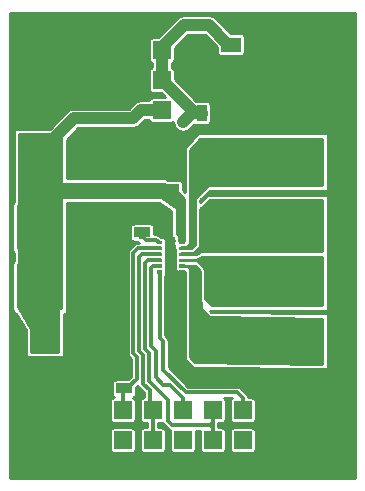
<source format=gbr>
G04 #@! TF.FileFunction,Copper,L2,Bot,Signal*
%FSLAX46Y46*%
G04 Gerber Fmt 4.6, Leading zero omitted, Abs format (unit mm)*
G04 Created by KiCad (PCBNEW (2015-05-13 BZR 5653)-product) date 7. 1. 2016 11:06:17*
%MOMM*%
G01*
G04 APERTURE LIST*
%ADD10C,0.300000*%
%ADD11R,1.397000X0.889000*%
%ADD12R,2.550160X2.700020*%
%ADD13R,1.699260X1.300480*%
%ADD14R,2.499360X1.800860*%
%ADD15R,1.524000X1.524000*%
%ADD16R,3.810000X3.810000*%
%ADD17C,6.000000*%
%ADD18R,0.889000X1.397000*%
%ADD19C,0.500000*%
%ADD20C,0.600000*%
%ADD21C,1.000000*%
%ADD22C,0.400000*%
%ADD23C,0.254000*%
G04 APERTURE END LIST*
D10*
D11*
X14224000Y25082500D03*
X14224000Y26987500D03*
D12*
X9525000Y28448000D03*
X3175000Y28448000D03*
D13*
X19304000Y37310060D03*
X19304000Y33809940D03*
D14*
X7586980Y12192000D03*
X3589020Y12192000D03*
D15*
X10922000Y34290000D03*
X10922000Y36830000D03*
X13462000Y34290000D03*
X13462000Y36830000D03*
X16002000Y34290000D03*
X16002000Y36830000D03*
X12700000Y3810000D03*
X12700000Y6350000D03*
X17780000Y3810000D03*
X17780000Y6350000D03*
X15240000Y3810000D03*
X15240000Y6350000D03*
X20320000Y3810000D03*
X20320000Y6350000D03*
X10160000Y6350000D03*
X10160000Y3810000D03*
D16*
X25066000Y27432000D03*
X20066000Y27432000D03*
X25066000Y22352000D03*
X20066000Y22352000D03*
X25066000Y17272000D03*
X20066000Y17272000D03*
X25066000Y12192000D03*
X20066000Y12192000D03*
X3048000Y16844000D03*
X3048000Y21844000D03*
X8128000Y16844000D03*
X8128000Y21844000D03*
D17*
X5080000Y35560000D03*
X25400000Y5080000D03*
X5080000Y5080000D03*
X25400000Y35560000D03*
D18*
X16827500Y31496000D03*
X18732500Y31496000D03*
D11*
X10287000Y8191500D03*
X10287000Y10096500D03*
D10*
G36*
X14924000Y20694000D02*
X15424000Y20694000D01*
X15424000Y20414000D01*
X14924000Y20414000D01*
X14924000Y20694000D01*
X14924000Y20694000D01*
G37*
G36*
X14924000Y20194000D02*
X15424000Y20194000D01*
X15424000Y19914000D01*
X14924000Y19914000D01*
X14924000Y20194000D01*
X14924000Y20194000D01*
G37*
G36*
X14924000Y19694000D02*
X15424000Y19694000D01*
X15424000Y19414000D01*
X14924000Y19414000D01*
X14924000Y19694000D01*
X14924000Y19694000D01*
G37*
G36*
X14924000Y19194000D02*
X15424000Y19194000D01*
X15424000Y18914000D01*
X14924000Y18914000D01*
X14924000Y19194000D01*
X14924000Y19194000D01*
G37*
G36*
X14924000Y18694000D02*
X15424000Y18694000D01*
X15424000Y18414000D01*
X14924000Y18414000D01*
X14924000Y18694000D01*
X14924000Y18694000D01*
G37*
G36*
X14924000Y18194000D02*
X15424000Y18194000D01*
X15424000Y17914000D01*
X14924000Y17914000D01*
X14924000Y18194000D01*
X14924000Y18194000D01*
G37*
G36*
X13024000Y18194000D02*
X13524000Y18194000D01*
X13524000Y17914000D01*
X13024000Y17914000D01*
X13024000Y18194000D01*
X13024000Y18194000D01*
G37*
G36*
X13024000Y18694000D02*
X13524000Y18694000D01*
X13524000Y18414000D01*
X13024000Y18414000D01*
X13024000Y18694000D01*
X13024000Y18694000D01*
G37*
G36*
X13024000Y19194000D02*
X13524000Y19194000D01*
X13524000Y18914000D01*
X13024000Y18914000D01*
X13024000Y19194000D01*
X13024000Y19194000D01*
G37*
G36*
X13024000Y19694000D02*
X13524000Y19694000D01*
X13524000Y19414000D01*
X13024000Y19414000D01*
X13024000Y19694000D01*
X13024000Y19694000D01*
G37*
G36*
X13024000Y20194000D02*
X13524000Y20194000D01*
X13524000Y19914000D01*
X13024000Y19914000D01*
X13024000Y20194000D01*
X13024000Y20194000D01*
G37*
G36*
X13024000Y20694000D02*
X13524000Y20694000D01*
X13524000Y20414000D01*
X13024000Y20414000D01*
X13024000Y20694000D01*
X13024000Y20694000D01*
G37*
G36*
X13774000Y20304000D02*
X14674000Y20304000D01*
X14674000Y18304000D01*
X13774000Y18304000D01*
X13774000Y20304000D01*
X13774000Y20304000D01*
G37*
G36*
X14349000Y18304000D02*
X14599000Y18304000D01*
X14599000Y17604000D01*
X14349000Y17604000D01*
X14349000Y18304000D01*
X14349000Y18304000D01*
G37*
G36*
X13849000Y18304000D02*
X14099000Y18304000D01*
X14099000Y17604000D01*
X13849000Y17604000D01*
X13849000Y18304000D01*
X13849000Y18304000D01*
G37*
G36*
X13849000Y21004000D02*
X14099000Y21004000D01*
X14099000Y20304000D01*
X13849000Y20304000D01*
X13849000Y21004000D01*
X13849000Y21004000D01*
G37*
G36*
X14349000Y21004000D02*
X14599000Y21004000D01*
X14599000Y20304000D01*
X14349000Y20304000D01*
X14349000Y21004000D01*
X14349000Y21004000D01*
G37*
D19*
X14224000Y18604000D03*
X14224000Y20004000D03*
X14224000Y19304000D03*
D15*
X13462000Y31750000D03*
D11*
X11811000Y21399500D03*
X11811000Y23304500D03*
D20*
X11811000Y21082000D03*
X15245627Y30739627D03*
X13716000Y21336000D03*
X13716000Y22225000D03*
X13716000Y22987000D03*
X7620000Y29337000D03*
X5969000Y28956000D03*
X5842000Y26797000D03*
X7620000Y26924000D03*
X6858000Y28067000D03*
X14478000Y16637000D03*
X14478000Y14732000D03*
X14605000Y12192000D03*
X20193000Y32639000D03*
X28829000Y30734000D03*
X28829000Y31750000D03*
X28829000Y32766000D03*
D21*
X13462000Y34290000D02*
X13462000Y36830000D01*
X19104610Y37310060D02*
X19304000Y37310060D01*
X17454370Y38960300D02*
X19104610Y37310060D01*
X15348298Y38960300D02*
X17454370Y38960300D01*
X13462000Y37074002D02*
X15348298Y38960300D01*
X13462000Y36830000D02*
X13462000Y37074002D01*
X16256000Y31496000D02*
X13462000Y34290000D01*
X16827500Y31496000D02*
X16256000Y31496000D01*
X16827500Y31496000D02*
X16827500Y31432500D01*
D10*
X12110999Y20782001D02*
X12999999Y20782001D01*
X11811000Y21082000D02*
X12110999Y20782001D01*
X12999999Y20782001D02*
X13208000Y20574000D01*
D22*
X10160000Y4064000D02*
X10293460Y4064000D01*
D21*
X16002000Y31496000D02*
X15245627Y30739627D01*
X16827500Y31496000D02*
X16002000Y31496000D01*
D10*
X13974000Y20654000D02*
X14474000Y20654000D01*
X13974000Y21104000D02*
X13974000Y20654000D01*
X13974000Y21395500D02*
X13974000Y21104000D01*
X12065000Y23304500D02*
X13974000Y21395500D01*
X11811000Y23304500D02*
X12065000Y23304500D01*
D22*
X13716000Y21336000D02*
X13716000Y22225000D01*
X8509000Y28448000D02*
X7620000Y29337000D01*
X9525000Y28448000D02*
X8509000Y28448000D01*
X5969000Y26924000D02*
X5842000Y26797000D01*
X5969000Y28956000D02*
X5969000Y26924000D01*
X7620000Y27305000D02*
X6858000Y28067000D01*
X7620000Y26924000D02*
X7620000Y27305000D01*
X14478000Y16637000D02*
X14478000Y14732000D01*
X19050000Y31496000D02*
X20193000Y32639000D01*
X18732500Y31496000D02*
X19050000Y31496000D01*
X28829000Y30734000D02*
X28829000Y31750000D01*
D21*
X3175000Y28448000D02*
X3429000Y28448000D01*
X11700000Y31750000D02*
X13462000Y31750000D01*
X6040999Y31059999D02*
X11009999Y31059999D01*
X11009999Y31059999D02*
X11700000Y31750000D01*
X3429000Y28448000D02*
X6040999Y31059999D01*
D10*
X14478000Y25082500D02*
X14224000Y25082500D01*
X15222500Y24338000D02*
X14478000Y25082500D01*
X15222500Y24181000D02*
X15222500Y24338000D01*
X15174000Y24132500D02*
X15222500Y24181000D01*
X15174000Y20554000D02*
X15174000Y24132500D01*
X12446000Y8050882D02*
X12446000Y6604000D01*
X12446000Y6604000D02*
X12700000Y6350000D01*
X11913000Y11019120D02*
X11913000Y8583882D01*
X11549010Y11383110D02*
X11913000Y11019120D01*
X11549010Y19296010D02*
X11549010Y11383110D01*
X11807000Y19554000D02*
X11549010Y19296010D01*
X11913000Y8583882D02*
X12446000Y8050882D01*
X13274000Y19554000D02*
X11807000Y19554000D01*
X12700000Y3810000D02*
X12700000Y6350000D01*
X17780000Y4872000D02*
X17780000Y3810000D01*
X17780000Y6350000D02*
X17780000Y5288000D01*
X17572000Y5080000D02*
X17780000Y4872000D01*
X17572000Y5080000D02*
X17780000Y5288000D01*
X13274000Y19054000D02*
X12323000Y19054000D01*
X12413010Y8790992D02*
X13970000Y7234002D01*
X12413010Y11226230D02*
X12413010Y8790992D01*
X12072990Y11566250D02*
X12413010Y11226230D01*
X12072990Y18803990D02*
X12072990Y11566250D01*
X12323000Y19054000D02*
X12072990Y18803990D01*
X13970000Y5465998D02*
X14355998Y5080000D01*
X13970000Y7234002D02*
X13970000Y5465998D01*
X14355998Y5080000D02*
X17780000Y5080000D01*
X17780000Y5080000D02*
X17780000Y4872000D01*
X17780000Y5288000D02*
X17780000Y5080000D01*
X13274000Y18554000D02*
X12704010Y18554000D01*
X12704010Y18554000D02*
X12573000Y18422990D01*
X12573000Y11773360D02*
X12954000Y11392360D01*
X12573000Y18422990D02*
X12573000Y11773360D01*
X12954000Y11392360D02*
X12954000Y9144000D01*
X12954000Y9144000D02*
X13589000Y8509000D01*
X14143000Y8509000D02*
X15240000Y7412000D01*
X15240000Y7412000D02*
X15240000Y6350000D01*
X13589000Y8509000D02*
X14143000Y8509000D01*
X20320000Y7412000D02*
X20320000Y6350000D01*
X19858000Y7874000D02*
X20320000Y7412000D01*
X15494000Y7874000D02*
X19858000Y7874000D01*
X13589000Y9779000D02*
X15494000Y7874000D01*
X13274000Y12507000D02*
X13589000Y12192000D01*
X13589000Y12192000D02*
X13589000Y9779000D01*
X13274000Y18054000D02*
X13274000Y12507000D01*
D22*
X10287000Y6731000D02*
X10160000Y6604000D01*
D10*
X10541000Y8191500D02*
X10287000Y8191500D01*
X11335501Y8986001D02*
X10541000Y8191500D01*
X13274000Y20054000D02*
X11418000Y20054000D01*
X11418000Y20054000D02*
X11049000Y19685000D01*
X11049000Y19685000D02*
X11049000Y11176000D01*
X11335501Y10889499D02*
X11335501Y8986001D01*
X11049000Y11176000D02*
X11335501Y10889499D01*
X10160000Y8064500D02*
X10287000Y8191500D01*
X10160000Y6350000D02*
X10160000Y8064500D01*
X17861000Y27432000D02*
X20066000Y27432000D01*
X16129000Y25700000D02*
X17861000Y27432000D01*
X16129000Y20624008D02*
X16129000Y25700000D01*
X15558992Y20054000D02*
X16129000Y20624008D01*
X15174000Y20054000D02*
X15558992Y20054000D01*
X15351872Y19554000D02*
X15351880Y19553992D01*
X15351880Y19553992D02*
X16378992Y19553992D01*
X15174000Y19554000D02*
X15351872Y19554000D01*
X16378992Y19553992D02*
X17272000Y20447000D01*
X17861000Y22352000D02*
X20066000Y22352000D01*
X17272000Y21763000D02*
X17861000Y22352000D01*
X17272000Y20447000D02*
X17272000Y21763000D01*
D23*
G36*
X27051000Y10288485D02*
X16309215Y10413390D01*
X15875000Y10847605D01*
X15875000Y18340605D01*
X15673605Y18542000D01*
X15113000Y18542000D01*
X15113000Y18580594D01*
X15424000Y18580594D01*
X15503404Y18596000D01*
X16247552Y18596000D01*
X16691000Y18152552D01*
X16691000Y15612552D01*
X16764000Y15539552D01*
X16764000Y14933395D01*
X17473395Y14224000D01*
X17779142Y14224000D01*
X27051000Y14098705D01*
X27051000Y10288485D01*
X27051000Y10288485D01*
G37*
X27051000Y10288485D02*
X16309215Y10413390D01*
X15875000Y10847605D01*
X15875000Y18340605D01*
X15673605Y18542000D01*
X15113000Y18542000D01*
X15113000Y18580594D01*
X15424000Y18580594D01*
X15503404Y18596000D01*
X16247552Y18596000D01*
X16691000Y18152552D01*
X16691000Y15612552D01*
X16764000Y15539552D01*
X16764000Y14933395D01*
X17473395Y14224000D01*
X17779142Y14224000D01*
X27051000Y14098705D01*
X27051000Y10288485D01*
G36*
X27051000Y15240000D02*
X17705605Y15240000D01*
X17145000Y15800605D01*
X17145000Y18340605D01*
X16435605Y19050000D01*
X15113000Y19050000D01*
X15113000Y19080594D01*
X15155931Y19080594D01*
X15174000Y19077000D01*
X15351839Y19077000D01*
X15351880Y19076992D01*
X16378992Y19076992D01*
X16561532Y19113301D01*
X16716282Y19216702D01*
X16746966Y19247387D01*
X16830701Y19289254D01*
X16845447Y19304000D01*
X27051000Y19304000D01*
X27051000Y15240000D01*
X27051000Y15240000D01*
G37*
X27051000Y15240000D02*
X17705605Y15240000D01*
X17145000Y15800605D01*
X17145000Y18340605D01*
X16435605Y19050000D01*
X15113000Y19050000D01*
X15113000Y19080594D01*
X15155931Y19080594D01*
X15174000Y19077000D01*
X15351839Y19077000D01*
X15351880Y19076992D01*
X16378992Y19076992D01*
X16561532Y19113301D01*
X16716282Y19216702D01*
X16746966Y19247387D01*
X16830701Y19289254D01*
X16845447Y19304000D01*
X27051000Y19304000D01*
X27051000Y15240000D01*
G36*
X27051000Y19812000D02*
X16711395Y19812000D01*
X16561770Y19662376D01*
X16353019Y19558000D01*
X15113000Y19558000D01*
X15113000Y19580594D01*
X15155931Y19580594D01*
X15174000Y19577000D01*
X15558992Y19577000D01*
X15734951Y19612000D01*
X16137448Y19612000D01*
X16710000Y20184552D01*
X16710000Y23374247D01*
X17573718Y24130000D01*
X27051000Y24130000D01*
X27051000Y19812000D01*
X27051000Y19812000D01*
G37*
X27051000Y19812000D02*
X16711395Y19812000D01*
X16561770Y19662376D01*
X16353019Y19558000D01*
X15113000Y19558000D01*
X15113000Y19580594D01*
X15155931Y19580594D01*
X15174000Y19577000D01*
X15558992Y19577000D01*
X15734951Y19612000D01*
X16137448Y19612000D01*
X16710000Y20184552D01*
X16710000Y23374247D01*
X17573718Y24130000D01*
X27051000Y24130000D01*
X27051000Y19812000D01*
G36*
X27051000Y25400000D02*
X17346395Y25400000D01*
X16256000Y24309605D01*
X16256000Y20372605D01*
X15949395Y20066000D01*
X15113000Y20066000D01*
X15113000Y20080594D01*
X15155931Y20080594D01*
X15174000Y20077000D01*
X15192068Y20080594D01*
X15424000Y20080594D01*
X15548684Y20104785D01*
X15658270Y20176771D01*
X15731625Y20285445D01*
X15734160Y20298091D01*
X15875000Y20368510D01*
X15875000Y28400282D01*
X16694629Y29337000D01*
X18034000Y29337000D01*
X27051000Y29337000D01*
X27051000Y25400000D01*
X27051000Y25400000D01*
G37*
X27051000Y25400000D02*
X17346395Y25400000D01*
X16256000Y24309605D01*
X16256000Y20372605D01*
X15949395Y20066000D01*
X15113000Y20066000D01*
X15113000Y20080594D01*
X15155931Y20080594D01*
X15174000Y20077000D01*
X15192068Y20080594D01*
X15424000Y20080594D01*
X15548684Y20104785D01*
X15658270Y20176771D01*
X15731625Y20285445D01*
X15734160Y20298091D01*
X15875000Y20368510D01*
X15875000Y28400282D01*
X16694629Y29337000D01*
X18034000Y29337000D01*
X27051000Y29337000D01*
X27051000Y25400000D01*
G36*
X15367000Y20647000D02*
X14949607Y20647000D01*
X14951000Y20654000D01*
X14932406Y20747479D01*
X14932406Y21004000D01*
X14908215Y21128684D01*
X14836229Y21238270D01*
X14732000Y21308624D01*
X14732000Y23434123D01*
X13375033Y24384000D01*
X4953000Y24384000D01*
X4953000Y19939000D01*
X4953000Y14986000D01*
X4699000Y14986000D01*
X4699000Y11303000D01*
X2413000Y11303000D01*
X2413000Y13241727D01*
X1416272Y14986000D01*
X1397000Y14986000D01*
X1397000Y18542000D01*
X1397000Y29718000D01*
X4953000Y29718000D01*
X4953000Y25527000D01*
X13673667Y25527000D01*
X14146213Y25172590D01*
X15367000Y24195961D01*
X15367000Y20647000D01*
X15367000Y20647000D01*
G37*
X15367000Y20647000D02*
X14949607Y20647000D01*
X14951000Y20654000D01*
X14932406Y20747479D01*
X14932406Y21004000D01*
X14908215Y21128684D01*
X14836229Y21238270D01*
X14732000Y21308624D01*
X14732000Y23434123D01*
X13375033Y24384000D01*
X4953000Y24384000D01*
X4953000Y19939000D01*
X4953000Y14986000D01*
X4699000Y14986000D01*
X4699000Y11303000D01*
X2413000Y11303000D01*
X2413000Y13241727D01*
X1416272Y14986000D01*
X1397000Y14986000D01*
X1397000Y18542000D01*
X1397000Y29718000D01*
X4953000Y29718000D01*
X4953000Y25527000D01*
X13673667Y25527000D01*
X14146213Y25172590D01*
X15367000Y24195961D01*
X15367000Y20647000D01*
G36*
X29849000Y631000D02*
X27505000Y631000D01*
X27505000Y9829176D01*
X27505000Y14546611D01*
X17782209Y14678000D01*
X17661448Y14678000D01*
X17553448Y14786000D01*
X27505000Y14786000D01*
X27505000Y19358000D01*
X27505000Y19758000D01*
X27505000Y24584000D01*
X27002943Y24584000D01*
X26971000Y24590406D01*
X23161000Y24590406D01*
X23127982Y24584000D01*
X22002943Y24584000D01*
X21971000Y24590406D01*
X18161000Y24590406D01*
X18127982Y24584000D01*
X17403135Y24584000D01*
X16710000Y23977507D01*
X16710000Y24121552D01*
X17534448Y24946000D01*
X27505000Y24946000D01*
X27505000Y29791000D01*
X18034000Y29791000D01*
X16488618Y29791000D01*
X15421000Y28570865D01*
X15421000Y24814080D01*
X15255906Y24979174D01*
X15255906Y25527000D01*
X15231715Y25651684D01*
X15159729Y25761270D01*
X15051055Y25834625D01*
X14922500Y25860406D01*
X13985792Y25860406D01*
X13825000Y25981000D01*
X5407000Y25981000D01*
X5407000Y29256446D01*
X6383553Y30232999D01*
X11009999Y30232999D01*
X11326478Y30295951D01*
X11594776Y30475222D01*
X12042554Y30923000D01*
X12379205Y30923000D01*
X12390785Y30863316D01*
X12462771Y30753730D01*
X12571445Y30680375D01*
X12700000Y30654594D01*
X14224000Y30654594D01*
X14348684Y30678785D01*
X14421247Y30726452D01*
X14481579Y30423148D01*
X14660850Y30154850D01*
X14929148Y29975579D01*
X15245627Y29912627D01*
X15562106Y29975579D01*
X15830404Y30154850D01*
X16201301Y30525748D01*
X16254445Y30489875D01*
X16383000Y30464094D01*
X17272000Y30464094D01*
X17396684Y30488285D01*
X17506270Y30560271D01*
X17579625Y30668945D01*
X17605406Y30797500D01*
X17605406Y31185690D01*
X17654500Y31432500D01*
X17654500Y31496000D01*
X17605406Y31742810D01*
X17605406Y32194500D01*
X17581215Y32319184D01*
X17509229Y32428770D01*
X17400555Y32502125D01*
X17272000Y32527906D01*
X16393648Y32527906D01*
X14557406Y34364148D01*
X14557406Y35052000D01*
X14533215Y35176684D01*
X14461229Y35286270D01*
X14352555Y35359625D01*
X14289000Y35372371D01*
X14289000Y35747206D01*
X14348684Y35758785D01*
X14458270Y35830771D01*
X14531625Y35939445D01*
X14557406Y36068000D01*
X14557406Y36999854D01*
X15690852Y38133300D01*
X17111816Y38133300D01*
X18120964Y37124152D01*
X18120964Y36659820D01*
X18145155Y36535136D01*
X18217141Y36425550D01*
X18325815Y36352195D01*
X18454370Y36326414D01*
X20153630Y36326414D01*
X20278314Y36350605D01*
X20387900Y36422591D01*
X20461255Y36531265D01*
X20487036Y36659820D01*
X20487036Y37960300D01*
X20462845Y38084984D01*
X20390859Y38194570D01*
X20282185Y38267925D01*
X20153630Y38293706D01*
X19290518Y38293706D01*
X18039147Y39545077D01*
X17770849Y39724348D01*
X17454370Y39787300D01*
X15348298Y39787300D01*
X15031819Y39724348D01*
X14763521Y39545077D01*
X13143850Y37925406D01*
X12700000Y37925406D01*
X12575316Y37901215D01*
X12465730Y37829229D01*
X12392375Y37720555D01*
X12366594Y37592000D01*
X12366594Y36068000D01*
X12390785Y35943316D01*
X12462771Y35833730D01*
X12571445Y35760375D01*
X12635000Y35747630D01*
X12635000Y35372795D01*
X12575316Y35361215D01*
X12465730Y35289229D01*
X12392375Y35180555D01*
X12366594Y35052000D01*
X12366594Y33528000D01*
X12390785Y33403316D01*
X12462771Y33293730D01*
X12571445Y33220375D01*
X12700000Y33194594D01*
X13387851Y33194594D01*
X13737039Y32845406D01*
X12700000Y32845406D01*
X12575316Y32821215D01*
X12465730Y32749229D01*
X12392375Y32640555D01*
X12379629Y32577000D01*
X11700000Y32577000D01*
X11383521Y32514048D01*
X11115223Y32334777D01*
X10667445Y31886999D01*
X6040999Y31886999D01*
X5724520Y31824047D01*
X5456221Y31644776D01*
X3983445Y30172000D01*
X943000Y30172000D01*
X943000Y24008741D01*
X908730Y23986229D01*
X835375Y23877555D01*
X809594Y23749000D01*
X809594Y19939000D01*
X833785Y19814316D01*
X905771Y19704730D01*
X943000Y19679600D01*
X943000Y19008741D01*
X908730Y18986229D01*
X835375Y18877555D01*
X809594Y18749000D01*
X809594Y14939000D01*
X833785Y14814316D01*
X905771Y14704730D01*
X943000Y14679600D01*
X943000Y14532000D01*
X1152806Y14532000D01*
X1959000Y13121160D01*
X1959000Y10849000D01*
X5153000Y10849000D01*
X5153000Y11196300D01*
X5172106Y11291570D01*
X5172106Y13092430D01*
X5153000Y13190905D01*
X5153000Y14532000D01*
X5407000Y14532000D01*
X5407000Y19939000D01*
X5407000Y23930000D01*
X13231922Y23930000D01*
X14278000Y23197746D01*
X14278000Y19993000D01*
X14590594Y19993000D01*
X14590594Y19914000D01*
X14612289Y19802181D01*
X14590594Y19694000D01*
X14590594Y19414000D01*
X14612289Y19302181D01*
X14590594Y19194000D01*
X14590594Y18914000D01*
X14612289Y18802181D01*
X14590594Y18694000D01*
X14590594Y18414000D01*
X14614785Y18289316D01*
X14659000Y18222006D01*
X14659000Y18088000D01*
X14887070Y18088000D01*
X14924000Y18080594D01*
X15421000Y18080594D01*
X15421000Y10659552D01*
X16118981Y9961571D01*
X27505000Y9829176D01*
X27505000Y631000D01*
X21415406Y631000D01*
X21415406Y3048000D01*
X21415406Y4572000D01*
X21415406Y5588000D01*
X21415406Y7112000D01*
X21391215Y7236684D01*
X21319229Y7346270D01*
X21210555Y7419625D01*
X21082000Y7445406D01*
X20790355Y7445406D01*
X20760691Y7594540D01*
X20657290Y7749290D01*
X20195290Y8211290D01*
X20040540Y8314691D01*
X19858000Y8351000D01*
X15691580Y8351000D01*
X14066000Y9976580D01*
X14066000Y12192000D01*
X14029691Y12374540D01*
X14029691Y12374541D01*
X13926290Y12529290D01*
X13751000Y12704580D01*
X13751000Y17671996D01*
X13758270Y17676771D01*
X13831625Y17785445D01*
X13857406Y17914000D01*
X13857406Y18194000D01*
X13835710Y18305820D01*
X13857406Y18414000D01*
X13857406Y18694000D01*
X13835710Y18805820D01*
X13857406Y18914000D01*
X13857406Y19194000D01*
X13835710Y19305820D01*
X13857406Y19414000D01*
X13857406Y19694000D01*
X13835710Y19805820D01*
X13857406Y19914000D01*
X13857406Y20194000D01*
X13835710Y20305820D01*
X13857406Y20414000D01*
X13857406Y20694000D01*
X13833215Y20818684D01*
X13761229Y20928270D01*
X13652555Y21001625D01*
X13524000Y21027406D01*
X13429174Y21027406D01*
X13337289Y21119291D01*
X13182539Y21222692D01*
X12999999Y21259001D01*
X12842906Y21259001D01*
X12842906Y21844000D01*
X12818715Y21968684D01*
X12746729Y22078270D01*
X12638055Y22151625D01*
X12509500Y22177406D01*
X11112500Y22177406D01*
X10987816Y22153215D01*
X10878230Y22081229D01*
X10804875Y21972555D01*
X10779094Y21844000D01*
X10779094Y20955000D01*
X10803285Y20830316D01*
X10875271Y20720730D01*
X10983945Y20647375D01*
X11112500Y20621594D01*
X11384663Y20621594D01*
X11455369Y20550765D01*
X11502968Y20531000D01*
X11418000Y20531000D01*
X11235460Y20494691D01*
X11080710Y20391290D01*
X10711710Y20022290D01*
X10608309Y19867540D01*
X10572000Y19685000D01*
X10572000Y11176000D01*
X10608309Y10993460D01*
X10711710Y10838710D01*
X10858501Y10691919D01*
X10858501Y9183581D01*
X10644326Y8969406D01*
X9588500Y8969406D01*
X9463816Y8945215D01*
X9354230Y8873229D01*
X9280875Y8764555D01*
X9255094Y8636000D01*
X9255094Y7747000D01*
X9279285Y7622316D01*
X9351271Y7512730D01*
X9451010Y7445406D01*
X9398000Y7445406D01*
X9273316Y7421215D01*
X9163730Y7349229D01*
X9090375Y7240555D01*
X9064594Y7112000D01*
X9064594Y5588000D01*
X9088785Y5463316D01*
X9160771Y5353730D01*
X9269445Y5280375D01*
X9398000Y5254594D01*
X10922000Y5254594D01*
X11046684Y5278785D01*
X11156270Y5350771D01*
X11229625Y5459445D01*
X11255406Y5588000D01*
X11255406Y7112000D01*
X11231215Y7236684D01*
X11159229Y7346270D01*
X11050555Y7419625D01*
X11033850Y7422975D01*
X11110184Y7437785D01*
X11219770Y7509771D01*
X11293125Y7618445D01*
X11318906Y7747000D01*
X11318906Y8294826D01*
X11464530Y8440451D01*
X11472309Y8401342D01*
X11575710Y8246592D01*
X11969000Y7853302D01*
X11969000Y7445406D01*
X11938000Y7445406D01*
X11813316Y7421215D01*
X11703730Y7349229D01*
X11630375Y7240555D01*
X11604594Y7112000D01*
X11604594Y5588000D01*
X11628785Y5463316D01*
X11700771Y5353730D01*
X11809445Y5280375D01*
X11938000Y5254594D01*
X12223000Y5254594D01*
X12223000Y4905406D01*
X11938000Y4905406D01*
X11813316Y4881215D01*
X11703730Y4809229D01*
X11630375Y4700555D01*
X11604594Y4572000D01*
X11604594Y3048000D01*
X11628785Y2923316D01*
X11700771Y2813730D01*
X11809445Y2740375D01*
X11938000Y2714594D01*
X13462000Y2714594D01*
X13586684Y2738785D01*
X13696270Y2810771D01*
X13769625Y2919445D01*
X13795406Y3048000D01*
X13795406Y4572000D01*
X13771215Y4696684D01*
X13699229Y4806270D01*
X13590555Y4879625D01*
X13462000Y4905406D01*
X13177000Y4905406D01*
X13177000Y5254594D01*
X13462000Y5254594D01*
X13538657Y5269467D01*
X13632710Y5128708D01*
X14018708Y4742710D01*
X14159908Y4648363D01*
X14144594Y4572000D01*
X14144594Y3048000D01*
X14168785Y2923316D01*
X14240771Y2813730D01*
X14349445Y2740375D01*
X14478000Y2714594D01*
X16002000Y2714594D01*
X16126684Y2738785D01*
X16236270Y2810771D01*
X16309625Y2919445D01*
X16335406Y3048000D01*
X16335406Y4572000D01*
X16329391Y4603000D01*
X16690810Y4603000D01*
X16684594Y4572000D01*
X16684594Y3048000D01*
X16708785Y2923316D01*
X16780771Y2813730D01*
X16889445Y2740375D01*
X17018000Y2714594D01*
X18542000Y2714594D01*
X18666684Y2738785D01*
X18776270Y2810771D01*
X18849625Y2919445D01*
X18875406Y3048000D01*
X18875406Y4572000D01*
X18851215Y4696684D01*
X18779229Y4806270D01*
X18670555Y4879625D01*
X18542000Y4905406D01*
X18257000Y4905406D01*
X18257000Y5080000D01*
X18257000Y5254594D01*
X18542000Y5254594D01*
X18666684Y5278785D01*
X18776270Y5350771D01*
X18849625Y5459445D01*
X18875406Y5588000D01*
X18875406Y7112000D01*
X18851215Y7236684D01*
X18779229Y7346270D01*
X18704073Y7397000D01*
X19396452Y7397000D01*
X19323730Y7349229D01*
X19250375Y7240555D01*
X19224594Y7112000D01*
X19224594Y5588000D01*
X19248785Y5463316D01*
X19320771Y5353730D01*
X19429445Y5280375D01*
X19558000Y5254594D01*
X21082000Y5254594D01*
X21206684Y5278785D01*
X21316270Y5350771D01*
X21389625Y5459445D01*
X21415406Y5588000D01*
X21415406Y4572000D01*
X21391215Y4696684D01*
X21319229Y4806270D01*
X21210555Y4879625D01*
X21082000Y4905406D01*
X19558000Y4905406D01*
X19433316Y4881215D01*
X19323730Y4809229D01*
X19250375Y4700555D01*
X19224594Y4572000D01*
X19224594Y3048000D01*
X19248785Y2923316D01*
X19320771Y2813730D01*
X19429445Y2740375D01*
X19558000Y2714594D01*
X21082000Y2714594D01*
X21206684Y2738785D01*
X21316270Y2810771D01*
X21389625Y2919445D01*
X21415406Y3048000D01*
X21415406Y631000D01*
X11255406Y631000D01*
X11255406Y3048000D01*
X11255406Y4572000D01*
X11231215Y4696684D01*
X11159229Y4806270D01*
X11050555Y4879625D01*
X10922000Y4905406D01*
X9398000Y4905406D01*
X9273316Y4881215D01*
X9163730Y4809229D01*
X9090375Y4700555D01*
X9064594Y4572000D01*
X9064594Y3048000D01*
X9088785Y2923316D01*
X9160771Y2813730D01*
X9269445Y2740375D01*
X9398000Y2714594D01*
X10922000Y2714594D01*
X11046684Y2738785D01*
X11156270Y2810771D01*
X11229625Y2919445D01*
X11255406Y3048000D01*
X11255406Y631000D01*
X631000Y631000D01*
X631000Y40009000D01*
X29849000Y40009000D01*
X29849000Y631000D01*
X29849000Y631000D01*
G37*
X29849000Y631000D02*
X27505000Y631000D01*
X27505000Y9829176D01*
X27505000Y14546611D01*
X17782209Y14678000D01*
X17661448Y14678000D01*
X17553448Y14786000D01*
X27505000Y14786000D01*
X27505000Y19358000D01*
X27505000Y19758000D01*
X27505000Y24584000D01*
X27002943Y24584000D01*
X26971000Y24590406D01*
X23161000Y24590406D01*
X23127982Y24584000D01*
X22002943Y24584000D01*
X21971000Y24590406D01*
X18161000Y24590406D01*
X18127982Y24584000D01*
X17403135Y24584000D01*
X16710000Y23977507D01*
X16710000Y24121552D01*
X17534448Y24946000D01*
X27505000Y24946000D01*
X27505000Y29791000D01*
X18034000Y29791000D01*
X16488618Y29791000D01*
X15421000Y28570865D01*
X15421000Y24814080D01*
X15255906Y24979174D01*
X15255906Y25527000D01*
X15231715Y25651684D01*
X15159729Y25761270D01*
X15051055Y25834625D01*
X14922500Y25860406D01*
X13985792Y25860406D01*
X13825000Y25981000D01*
X5407000Y25981000D01*
X5407000Y29256446D01*
X6383553Y30232999D01*
X11009999Y30232999D01*
X11326478Y30295951D01*
X11594776Y30475222D01*
X12042554Y30923000D01*
X12379205Y30923000D01*
X12390785Y30863316D01*
X12462771Y30753730D01*
X12571445Y30680375D01*
X12700000Y30654594D01*
X14224000Y30654594D01*
X14348684Y30678785D01*
X14421247Y30726452D01*
X14481579Y30423148D01*
X14660850Y30154850D01*
X14929148Y29975579D01*
X15245627Y29912627D01*
X15562106Y29975579D01*
X15830404Y30154850D01*
X16201301Y30525748D01*
X16254445Y30489875D01*
X16383000Y30464094D01*
X17272000Y30464094D01*
X17396684Y30488285D01*
X17506270Y30560271D01*
X17579625Y30668945D01*
X17605406Y30797500D01*
X17605406Y31185690D01*
X17654500Y31432500D01*
X17654500Y31496000D01*
X17605406Y31742810D01*
X17605406Y32194500D01*
X17581215Y32319184D01*
X17509229Y32428770D01*
X17400555Y32502125D01*
X17272000Y32527906D01*
X16393648Y32527906D01*
X14557406Y34364148D01*
X14557406Y35052000D01*
X14533215Y35176684D01*
X14461229Y35286270D01*
X14352555Y35359625D01*
X14289000Y35372371D01*
X14289000Y35747206D01*
X14348684Y35758785D01*
X14458270Y35830771D01*
X14531625Y35939445D01*
X14557406Y36068000D01*
X14557406Y36999854D01*
X15690852Y38133300D01*
X17111816Y38133300D01*
X18120964Y37124152D01*
X18120964Y36659820D01*
X18145155Y36535136D01*
X18217141Y36425550D01*
X18325815Y36352195D01*
X18454370Y36326414D01*
X20153630Y36326414D01*
X20278314Y36350605D01*
X20387900Y36422591D01*
X20461255Y36531265D01*
X20487036Y36659820D01*
X20487036Y37960300D01*
X20462845Y38084984D01*
X20390859Y38194570D01*
X20282185Y38267925D01*
X20153630Y38293706D01*
X19290518Y38293706D01*
X18039147Y39545077D01*
X17770849Y39724348D01*
X17454370Y39787300D01*
X15348298Y39787300D01*
X15031819Y39724348D01*
X14763521Y39545077D01*
X13143850Y37925406D01*
X12700000Y37925406D01*
X12575316Y37901215D01*
X12465730Y37829229D01*
X12392375Y37720555D01*
X12366594Y37592000D01*
X12366594Y36068000D01*
X12390785Y35943316D01*
X12462771Y35833730D01*
X12571445Y35760375D01*
X12635000Y35747630D01*
X12635000Y35372795D01*
X12575316Y35361215D01*
X12465730Y35289229D01*
X12392375Y35180555D01*
X12366594Y35052000D01*
X12366594Y33528000D01*
X12390785Y33403316D01*
X12462771Y33293730D01*
X12571445Y33220375D01*
X12700000Y33194594D01*
X13387851Y33194594D01*
X13737039Y32845406D01*
X12700000Y32845406D01*
X12575316Y32821215D01*
X12465730Y32749229D01*
X12392375Y32640555D01*
X12379629Y32577000D01*
X11700000Y32577000D01*
X11383521Y32514048D01*
X11115223Y32334777D01*
X10667445Y31886999D01*
X6040999Y31886999D01*
X5724520Y31824047D01*
X5456221Y31644776D01*
X3983445Y30172000D01*
X943000Y30172000D01*
X943000Y24008741D01*
X908730Y23986229D01*
X835375Y23877555D01*
X809594Y23749000D01*
X809594Y19939000D01*
X833785Y19814316D01*
X905771Y19704730D01*
X943000Y19679600D01*
X943000Y19008741D01*
X908730Y18986229D01*
X835375Y18877555D01*
X809594Y18749000D01*
X809594Y14939000D01*
X833785Y14814316D01*
X905771Y14704730D01*
X943000Y14679600D01*
X943000Y14532000D01*
X1152806Y14532000D01*
X1959000Y13121160D01*
X1959000Y10849000D01*
X5153000Y10849000D01*
X5153000Y11196300D01*
X5172106Y11291570D01*
X5172106Y13092430D01*
X5153000Y13190905D01*
X5153000Y14532000D01*
X5407000Y14532000D01*
X5407000Y19939000D01*
X5407000Y23930000D01*
X13231922Y23930000D01*
X14278000Y23197746D01*
X14278000Y19993000D01*
X14590594Y19993000D01*
X14590594Y19914000D01*
X14612289Y19802181D01*
X14590594Y19694000D01*
X14590594Y19414000D01*
X14612289Y19302181D01*
X14590594Y19194000D01*
X14590594Y18914000D01*
X14612289Y18802181D01*
X14590594Y18694000D01*
X14590594Y18414000D01*
X14614785Y18289316D01*
X14659000Y18222006D01*
X14659000Y18088000D01*
X14887070Y18088000D01*
X14924000Y18080594D01*
X15421000Y18080594D01*
X15421000Y10659552D01*
X16118981Y9961571D01*
X27505000Y9829176D01*
X27505000Y631000D01*
X21415406Y631000D01*
X21415406Y3048000D01*
X21415406Y4572000D01*
X21415406Y5588000D01*
X21415406Y7112000D01*
X21391215Y7236684D01*
X21319229Y7346270D01*
X21210555Y7419625D01*
X21082000Y7445406D01*
X20790355Y7445406D01*
X20760691Y7594540D01*
X20657290Y7749290D01*
X20195290Y8211290D01*
X20040540Y8314691D01*
X19858000Y8351000D01*
X15691580Y8351000D01*
X14066000Y9976580D01*
X14066000Y12192000D01*
X14029691Y12374540D01*
X14029691Y12374541D01*
X13926290Y12529290D01*
X13751000Y12704580D01*
X13751000Y17671996D01*
X13758270Y17676771D01*
X13831625Y17785445D01*
X13857406Y17914000D01*
X13857406Y18194000D01*
X13835710Y18305820D01*
X13857406Y18414000D01*
X13857406Y18694000D01*
X13835710Y18805820D01*
X13857406Y18914000D01*
X13857406Y19194000D01*
X13835710Y19305820D01*
X13857406Y19414000D01*
X13857406Y19694000D01*
X13835710Y19805820D01*
X13857406Y19914000D01*
X13857406Y20194000D01*
X13835710Y20305820D01*
X13857406Y20414000D01*
X13857406Y20694000D01*
X13833215Y20818684D01*
X13761229Y20928270D01*
X13652555Y21001625D01*
X13524000Y21027406D01*
X13429174Y21027406D01*
X13337289Y21119291D01*
X13182539Y21222692D01*
X12999999Y21259001D01*
X12842906Y21259001D01*
X12842906Y21844000D01*
X12818715Y21968684D01*
X12746729Y22078270D01*
X12638055Y22151625D01*
X12509500Y22177406D01*
X11112500Y22177406D01*
X10987816Y22153215D01*
X10878230Y22081229D01*
X10804875Y21972555D01*
X10779094Y21844000D01*
X10779094Y20955000D01*
X10803285Y20830316D01*
X10875271Y20720730D01*
X10983945Y20647375D01*
X11112500Y20621594D01*
X11384663Y20621594D01*
X11455369Y20550765D01*
X11502968Y20531000D01*
X11418000Y20531000D01*
X11235460Y20494691D01*
X11080710Y20391290D01*
X10711710Y20022290D01*
X10608309Y19867540D01*
X10572000Y19685000D01*
X10572000Y11176000D01*
X10608309Y10993460D01*
X10711710Y10838710D01*
X10858501Y10691919D01*
X10858501Y9183581D01*
X10644326Y8969406D01*
X9588500Y8969406D01*
X9463816Y8945215D01*
X9354230Y8873229D01*
X9280875Y8764555D01*
X9255094Y8636000D01*
X9255094Y7747000D01*
X9279285Y7622316D01*
X9351271Y7512730D01*
X9451010Y7445406D01*
X9398000Y7445406D01*
X9273316Y7421215D01*
X9163730Y7349229D01*
X9090375Y7240555D01*
X9064594Y7112000D01*
X9064594Y5588000D01*
X9088785Y5463316D01*
X9160771Y5353730D01*
X9269445Y5280375D01*
X9398000Y5254594D01*
X10922000Y5254594D01*
X11046684Y5278785D01*
X11156270Y5350771D01*
X11229625Y5459445D01*
X11255406Y5588000D01*
X11255406Y7112000D01*
X11231215Y7236684D01*
X11159229Y7346270D01*
X11050555Y7419625D01*
X11033850Y7422975D01*
X11110184Y7437785D01*
X11219770Y7509771D01*
X11293125Y7618445D01*
X11318906Y7747000D01*
X11318906Y8294826D01*
X11464530Y8440451D01*
X11472309Y8401342D01*
X11575710Y8246592D01*
X11969000Y7853302D01*
X11969000Y7445406D01*
X11938000Y7445406D01*
X11813316Y7421215D01*
X11703730Y7349229D01*
X11630375Y7240555D01*
X11604594Y7112000D01*
X11604594Y5588000D01*
X11628785Y5463316D01*
X11700771Y5353730D01*
X11809445Y5280375D01*
X11938000Y5254594D01*
X12223000Y5254594D01*
X12223000Y4905406D01*
X11938000Y4905406D01*
X11813316Y4881215D01*
X11703730Y4809229D01*
X11630375Y4700555D01*
X11604594Y4572000D01*
X11604594Y3048000D01*
X11628785Y2923316D01*
X11700771Y2813730D01*
X11809445Y2740375D01*
X11938000Y2714594D01*
X13462000Y2714594D01*
X13586684Y2738785D01*
X13696270Y2810771D01*
X13769625Y2919445D01*
X13795406Y3048000D01*
X13795406Y4572000D01*
X13771215Y4696684D01*
X13699229Y4806270D01*
X13590555Y4879625D01*
X13462000Y4905406D01*
X13177000Y4905406D01*
X13177000Y5254594D01*
X13462000Y5254594D01*
X13538657Y5269467D01*
X13632710Y5128708D01*
X14018708Y4742710D01*
X14159908Y4648363D01*
X14144594Y4572000D01*
X14144594Y3048000D01*
X14168785Y2923316D01*
X14240771Y2813730D01*
X14349445Y2740375D01*
X14478000Y2714594D01*
X16002000Y2714594D01*
X16126684Y2738785D01*
X16236270Y2810771D01*
X16309625Y2919445D01*
X16335406Y3048000D01*
X16335406Y4572000D01*
X16329391Y4603000D01*
X16690810Y4603000D01*
X16684594Y4572000D01*
X16684594Y3048000D01*
X16708785Y2923316D01*
X16780771Y2813730D01*
X16889445Y2740375D01*
X17018000Y2714594D01*
X18542000Y2714594D01*
X18666684Y2738785D01*
X18776270Y2810771D01*
X18849625Y2919445D01*
X18875406Y3048000D01*
X18875406Y4572000D01*
X18851215Y4696684D01*
X18779229Y4806270D01*
X18670555Y4879625D01*
X18542000Y4905406D01*
X18257000Y4905406D01*
X18257000Y5080000D01*
X18257000Y5254594D01*
X18542000Y5254594D01*
X18666684Y5278785D01*
X18776270Y5350771D01*
X18849625Y5459445D01*
X18875406Y5588000D01*
X18875406Y7112000D01*
X18851215Y7236684D01*
X18779229Y7346270D01*
X18704073Y7397000D01*
X19396452Y7397000D01*
X19323730Y7349229D01*
X19250375Y7240555D01*
X19224594Y7112000D01*
X19224594Y5588000D01*
X19248785Y5463316D01*
X19320771Y5353730D01*
X19429445Y5280375D01*
X19558000Y5254594D01*
X21082000Y5254594D01*
X21206684Y5278785D01*
X21316270Y5350771D01*
X21389625Y5459445D01*
X21415406Y5588000D01*
X21415406Y4572000D01*
X21391215Y4696684D01*
X21319229Y4806270D01*
X21210555Y4879625D01*
X21082000Y4905406D01*
X19558000Y4905406D01*
X19433316Y4881215D01*
X19323730Y4809229D01*
X19250375Y4700555D01*
X19224594Y4572000D01*
X19224594Y3048000D01*
X19248785Y2923316D01*
X19320771Y2813730D01*
X19429445Y2740375D01*
X19558000Y2714594D01*
X21082000Y2714594D01*
X21206684Y2738785D01*
X21316270Y2810771D01*
X21389625Y2919445D01*
X21415406Y3048000D01*
X21415406Y631000D01*
X11255406Y631000D01*
X11255406Y3048000D01*
X11255406Y4572000D01*
X11231215Y4696684D01*
X11159229Y4806270D01*
X11050555Y4879625D01*
X10922000Y4905406D01*
X9398000Y4905406D01*
X9273316Y4881215D01*
X9163730Y4809229D01*
X9090375Y4700555D01*
X9064594Y4572000D01*
X9064594Y3048000D01*
X9088785Y2923316D01*
X9160771Y2813730D01*
X9269445Y2740375D01*
X9398000Y2714594D01*
X10922000Y2714594D01*
X11046684Y2738785D01*
X11156270Y2810771D01*
X11229625Y2919445D01*
X11255406Y3048000D01*
X11255406Y631000D01*
X631000Y631000D01*
X631000Y40009000D01*
X29849000Y40009000D01*
X29849000Y631000D01*
M02*

</source>
